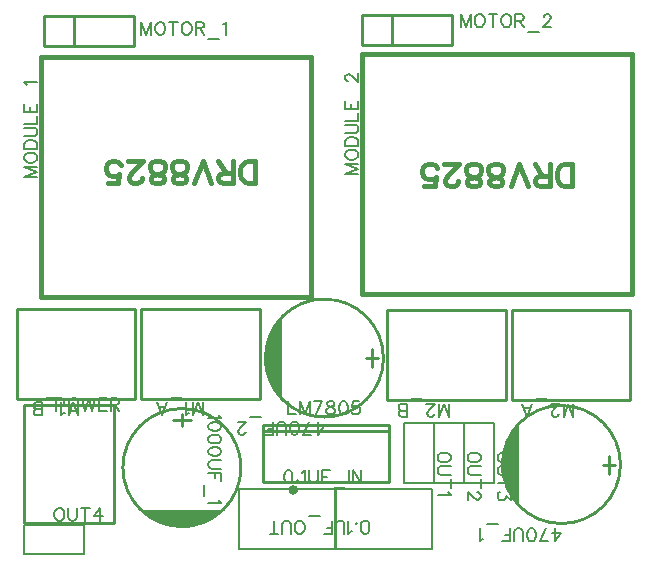
<source format=gto>
G04 Layer: TopSilkLayer*
G04 EasyEDA v6.4.19.4, 2021-04-26T19:44:21+05:30*
G04 545d4b8ce55c4096bfffc31d6a5384ca,10*
G04 Gerber Generator version 0.2*
G04 Scale: 100 percent, Rotated: No, Reflected: No *
G04 Dimensions in millimeters *
G04 leading zeros omitted , absolute positions ,4 integer and 5 decimal *
%FSLAX45Y45*%
%MOMM*%

%ADD10C,0.2540*%
%ADD20C,0.2032*%
%ADD21C,0.1778*%
%ADD22C,0.4000*%
%ADD23C,0.1524*%

%LPD*%
D23*
X4685029Y2589784D02*
G01*
X4737100Y2662428D01*
X4659122Y2662428D01*
X4685029Y2589784D02*
G01*
X4685029Y2698750D01*
X4552188Y2589784D02*
G01*
X4604004Y2698750D01*
X4624831Y2589784D02*
G01*
X4552188Y2589784D01*
X4486656Y2589784D02*
G01*
X4502150Y2594863D01*
X4512563Y2610612D01*
X4517897Y2636520D01*
X4517897Y2652013D01*
X4512563Y2678176D01*
X4502150Y2693670D01*
X4486656Y2698750D01*
X4476241Y2698750D01*
X4460747Y2693670D01*
X4450334Y2678176D01*
X4445000Y2652013D01*
X4445000Y2636520D01*
X4450334Y2610612D01*
X4460747Y2594863D01*
X4476241Y2589784D01*
X4486656Y2589784D01*
X4410709Y2589784D02*
G01*
X4410709Y2667762D01*
X4405629Y2683255D01*
X4395215Y2693670D01*
X4379722Y2698750D01*
X4369308Y2698750D01*
X4353559Y2693670D01*
X4343400Y2683255D01*
X4338065Y2667762D01*
X4338065Y2589784D01*
X4303775Y2589784D02*
G01*
X4303775Y2698750D01*
X4303775Y2589784D02*
G01*
X4236211Y2589784D01*
X4303775Y2641600D02*
G01*
X4262120Y2641600D01*
X4201922Y2735326D02*
G01*
X4108450Y2735326D01*
X4074159Y2610612D02*
G01*
X4063745Y2605278D01*
X4048252Y2589784D01*
X4048252Y2698750D01*
X2678429Y3491484D02*
G01*
X2730500Y3564128D01*
X2652522Y3564128D01*
X2678429Y3491484D02*
G01*
X2678429Y3600450D01*
X2545588Y3491484D02*
G01*
X2597404Y3600450D01*
X2618231Y3491484D02*
G01*
X2545588Y3491484D01*
X2480056Y3491484D02*
G01*
X2495550Y3496563D01*
X2505963Y3512312D01*
X2511297Y3538220D01*
X2511297Y3553713D01*
X2505963Y3579876D01*
X2495550Y3595370D01*
X2480056Y3600450D01*
X2469641Y3600450D01*
X2454147Y3595370D01*
X2443734Y3579876D01*
X2438400Y3553713D01*
X2438400Y3538220D01*
X2443734Y3512312D01*
X2454147Y3496563D01*
X2469641Y3491484D01*
X2480056Y3491484D01*
X2404109Y3491484D02*
G01*
X2404109Y3569462D01*
X2399029Y3584955D01*
X2388615Y3595370D01*
X2373122Y3600450D01*
X2362708Y3600450D01*
X2346959Y3595370D01*
X2336800Y3584955D01*
X2331465Y3569462D01*
X2331465Y3491484D01*
X2297175Y3491484D02*
G01*
X2297175Y3600450D01*
X2297175Y3491484D02*
G01*
X2229611Y3491484D01*
X2297175Y3543300D02*
G01*
X2255520Y3543300D01*
X2195322Y3637026D02*
G01*
X2101850Y3637026D01*
X2062479Y3517392D02*
G01*
X2062479Y3512312D01*
X2057145Y3501897D01*
X2052065Y3496563D01*
X2041652Y3491484D01*
X2020824Y3491484D01*
X2010409Y3496563D01*
X2005329Y3501897D01*
X1999995Y3512312D01*
X1999995Y3522726D01*
X2005329Y3533139D01*
X2015490Y3548634D01*
X2067559Y3600450D01*
X1994915Y3600450D01*
X475742Y2871215D02*
G01*
X465328Y2866136D01*
X454913Y2855721D01*
X449579Y2845307D01*
X444500Y2829560D01*
X444500Y2803652D01*
X449579Y2788157D01*
X454913Y2777744D01*
X465328Y2767329D01*
X475742Y2762250D01*
X496570Y2762250D01*
X506729Y2767329D01*
X517144Y2777744D01*
X522478Y2788157D01*
X527557Y2803652D01*
X527557Y2829560D01*
X522478Y2845307D01*
X517144Y2855721D01*
X506729Y2866136D01*
X496570Y2871215D01*
X475742Y2871215D01*
X561847Y2871215D02*
G01*
X561847Y2793237D01*
X567181Y2777744D01*
X577595Y2767329D01*
X593089Y2762250D01*
X603504Y2762250D01*
X618997Y2767329D01*
X629412Y2777744D01*
X634745Y2793237D01*
X634745Y2871215D01*
X705357Y2871215D02*
G01*
X705357Y2762250D01*
X669036Y2871215D02*
G01*
X741679Y2871215D01*
X828039Y2871215D02*
G01*
X775970Y2798571D01*
X853947Y2798571D01*
X828039Y2871215D02*
G01*
X828039Y2762250D01*
X4306315Y3308857D02*
G01*
X4301236Y3319271D01*
X4290822Y3329686D01*
X4280408Y3335020D01*
X4264659Y3340100D01*
X4238752Y3340100D01*
X4223258Y3335020D01*
X4212843Y3329686D01*
X4202429Y3319271D01*
X4197350Y3308857D01*
X4197350Y3288029D01*
X4202429Y3277870D01*
X4212843Y3267455D01*
X4223258Y3262121D01*
X4238752Y3257042D01*
X4264659Y3257042D01*
X4280408Y3262121D01*
X4290822Y3267455D01*
X4301236Y3277870D01*
X4306315Y3288029D01*
X4306315Y3308857D01*
X4306315Y3222752D02*
G01*
X4228338Y3222752D01*
X4212843Y3217418D01*
X4202429Y3207004D01*
X4197350Y3191510D01*
X4197350Y3181095D01*
X4202429Y3165602D01*
X4212843Y3155187D01*
X4228338Y3149854D01*
X4306315Y3149854D01*
X4306315Y3079242D02*
G01*
X4197350Y3079242D01*
X4306315Y3115563D02*
G01*
X4306315Y3042920D01*
X4306315Y2998215D02*
G01*
X4306315Y2941065D01*
X4264659Y2972307D01*
X4264659Y2956560D01*
X4259579Y2946400D01*
X4254500Y2941065D01*
X4238752Y2935986D01*
X4228338Y2935986D01*
X4212843Y2941065D01*
X4202429Y2951479D01*
X4197350Y2966973D01*
X4197350Y2982721D01*
X4202429Y2998215D01*
X4207509Y3003550D01*
X4217924Y3008629D01*
X4052315Y3308857D02*
G01*
X4047236Y3319271D01*
X4036822Y3329686D01*
X4026408Y3335020D01*
X4010659Y3340100D01*
X3984752Y3340100D01*
X3969258Y3335020D01*
X3958843Y3329686D01*
X3948429Y3319271D01*
X3943350Y3308857D01*
X3943350Y3288029D01*
X3948429Y3277870D01*
X3958843Y3267455D01*
X3969258Y3262121D01*
X3984752Y3257042D01*
X4010659Y3257042D01*
X4026408Y3262121D01*
X4036822Y3267455D01*
X4047236Y3277870D01*
X4052315Y3288029D01*
X4052315Y3308857D01*
X4052315Y3222752D02*
G01*
X3974338Y3222752D01*
X3958843Y3217418D01*
X3948429Y3207004D01*
X3943350Y3191510D01*
X3943350Y3181095D01*
X3948429Y3165602D01*
X3958843Y3155187D01*
X3974338Y3149854D01*
X4052315Y3149854D01*
X4052315Y3079242D02*
G01*
X3943350Y3079242D01*
X4052315Y3115563D02*
G01*
X4052315Y3042920D01*
X4026408Y3003550D02*
G01*
X4031488Y3003550D01*
X4041902Y2998215D01*
X4047236Y2993136D01*
X4052315Y2982721D01*
X4052315Y2961894D01*
X4047236Y2951479D01*
X4041902Y2946400D01*
X4031488Y2941065D01*
X4021074Y2941065D01*
X4010659Y2946400D01*
X3995165Y2956560D01*
X3943350Y3008629D01*
X3943350Y2935986D01*
X3798315Y3308857D02*
G01*
X3793236Y3319271D01*
X3782822Y3329686D01*
X3772408Y3335020D01*
X3756659Y3340100D01*
X3730752Y3340100D01*
X3715258Y3335020D01*
X3704843Y3329686D01*
X3694429Y3319271D01*
X3689350Y3308857D01*
X3689350Y3288029D01*
X3694429Y3277870D01*
X3704843Y3267455D01*
X3715258Y3262121D01*
X3730752Y3257042D01*
X3756659Y3257042D01*
X3772408Y3262121D01*
X3782822Y3267455D01*
X3793236Y3277870D01*
X3798315Y3288029D01*
X3798315Y3308857D01*
X3798315Y3222752D02*
G01*
X3720338Y3222752D01*
X3704843Y3217418D01*
X3694429Y3207004D01*
X3689350Y3191510D01*
X3689350Y3181095D01*
X3694429Y3165602D01*
X3704843Y3155187D01*
X3720338Y3149854D01*
X3798315Y3149854D01*
X3798315Y3079242D02*
G01*
X3689350Y3079242D01*
X3798315Y3115563D02*
G01*
X3798315Y3042920D01*
X3777488Y3008629D02*
G01*
X3782822Y2998215D01*
X3798315Y2982721D01*
X3689350Y2982721D01*
X1834387Y3657600D02*
G01*
X1839721Y3647186D01*
X1855215Y3631692D01*
X1746250Y3631692D01*
X1855215Y3566160D02*
G01*
X1850136Y3581654D01*
X1834387Y3592068D01*
X1808479Y3597402D01*
X1792986Y3597402D01*
X1766823Y3592068D01*
X1751329Y3581654D01*
X1746250Y3566160D01*
X1746250Y3555745D01*
X1751329Y3540252D01*
X1766823Y3529837D01*
X1792986Y3524504D01*
X1808479Y3524504D01*
X1834387Y3529837D01*
X1850136Y3540252D01*
X1855215Y3555745D01*
X1855215Y3566160D01*
X1855215Y3459226D02*
G01*
X1850136Y3474720D01*
X1834387Y3485134D01*
X1808479Y3490213D01*
X1792986Y3490213D01*
X1766823Y3485134D01*
X1751329Y3474720D01*
X1746250Y3459226D01*
X1746250Y3448812D01*
X1751329Y3433063D01*
X1766823Y3422650D01*
X1792986Y3417570D01*
X1808479Y3417570D01*
X1834387Y3422650D01*
X1850136Y3433063D01*
X1855215Y3448812D01*
X1855215Y3459226D01*
X1855215Y3352037D02*
G01*
X1850136Y3367786D01*
X1834387Y3378200D01*
X1808479Y3383279D01*
X1792986Y3383279D01*
X1766823Y3378200D01*
X1751329Y3367786D01*
X1746250Y3352037D01*
X1746250Y3341623D01*
X1751329Y3326129D01*
X1766823Y3315715D01*
X1792986Y3310636D01*
X1808479Y3310636D01*
X1834387Y3315715D01*
X1850136Y3326129D01*
X1855215Y3341623D01*
X1855215Y3352037D01*
X1855215Y3276345D02*
G01*
X1777237Y3276345D01*
X1761744Y3271012D01*
X1751329Y3260597D01*
X1746250Y3245104D01*
X1746250Y3234689D01*
X1751329Y3219195D01*
X1761744Y3208781D01*
X1777237Y3203447D01*
X1855215Y3203447D01*
X1855215Y3169157D02*
G01*
X1746250Y3169157D01*
X1855215Y3169157D02*
G01*
X1855215Y3101594D01*
X1803400Y3169157D02*
G01*
X1803400Y3127755D01*
X1709673Y3067304D02*
G01*
X1709673Y2973831D01*
X1834387Y2939542D02*
G01*
X1839721Y2929128D01*
X1855215Y2913634D01*
X1746250Y2913634D01*
X3886200Y7049515D02*
G01*
X3886200Y6940550D01*
X3886200Y7049515D02*
G01*
X3927856Y6940550D01*
X3969258Y7049515D02*
G01*
X3927856Y6940550D01*
X3969258Y7049515D02*
G01*
X3969258Y6940550D01*
X4034790Y7049515D02*
G01*
X4024375Y7044436D01*
X4013961Y7034021D01*
X4008881Y7023608D01*
X4003547Y7007860D01*
X4003547Y6981952D01*
X4008881Y6966458D01*
X4013961Y6956044D01*
X4024375Y6945629D01*
X4034790Y6940550D01*
X4055618Y6940550D01*
X4066031Y6945629D01*
X4076445Y6956044D01*
X4081525Y6966458D01*
X4086859Y6981952D01*
X4086859Y7007860D01*
X4081525Y7023608D01*
X4076445Y7034021D01*
X4066031Y7044436D01*
X4055618Y7049515D01*
X4034790Y7049515D01*
X4157472Y7049515D02*
G01*
X4157472Y6940550D01*
X4121150Y7049515D02*
G01*
X4193793Y7049515D01*
X4259325Y7049515D02*
G01*
X4248911Y7044436D01*
X4238497Y7034021D01*
X4233163Y7023608D01*
X4228084Y7007860D01*
X4228084Y6981952D01*
X4233163Y6966458D01*
X4238497Y6956044D01*
X4248911Y6945629D01*
X4259325Y6940550D01*
X4279900Y6940550D01*
X4290313Y6945629D01*
X4300727Y6956044D01*
X4306061Y6966458D01*
X4311141Y6981952D01*
X4311141Y7007860D01*
X4306061Y7023608D01*
X4300727Y7034021D01*
X4290313Y7044436D01*
X4279900Y7049515D01*
X4259325Y7049515D01*
X4345431Y7049515D02*
G01*
X4345431Y6940550D01*
X4345431Y7049515D02*
G01*
X4392168Y7049515D01*
X4407915Y7044436D01*
X4412995Y7039102D01*
X4418329Y7028687D01*
X4418329Y7018273D01*
X4412995Y7007860D01*
X4407915Y7002779D01*
X4392168Y6997700D01*
X4345431Y6997700D01*
X4381754Y6997700D02*
G01*
X4418329Y6940550D01*
X4452620Y6903973D02*
G01*
X4546091Y6903973D01*
X4585461Y7023608D02*
G01*
X4585461Y7028687D01*
X4590795Y7039102D01*
X4595875Y7044436D01*
X4606290Y7049515D01*
X4627118Y7049515D01*
X4637531Y7044436D01*
X4642611Y7039102D01*
X4647945Y7028687D01*
X4647945Y7018273D01*
X4642611Y7007860D01*
X4632197Y6992365D01*
X4580381Y6940550D01*
X4653025Y6940550D01*
X1181100Y6986015D02*
G01*
X1181100Y6877050D01*
X1181100Y6986015D02*
G01*
X1222755Y6877050D01*
X1264157Y6986015D02*
G01*
X1222755Y6877050D01*
X1264157Y6986015D02*
G01*
X1264157Y6877050D01*
X1329689Y6986015D02*
G01*
X1319276Y6980936D01*
X1308862Y6970521D01*
X1303781Y6960108D01*
X1298447Y6944360D01*
X1298447Y6918452D01*
X1303781Y6902958D01*
X1308862Y6892544D01*
X1319276Y6882129D01*
X1329689Y6877050D01*
X1350518Y6877050D01*
X1360931Y6882129D01*
X1371345Y6892544D01*
X1376426Y6902958D01*
X1381760Y6918452D01*
X1381760Y6944360D01*
X1376426Y6960108D01*
X1371345Y6970521D01*
X1360931Y6980936D01*
X1350518Y6986015D01*
X1329689Y6986015D01*
X1452371Y6986015D02*
G01*
X1452371Y6877050D01*
X1416050Y6986015D02*
G01*
X1488694Y6986015D01*
X1554226Y6986015D02*
G01*
X1543812Y6980936D01*
X1533397Y6970521D01*
X1528063Y6960108D01*
X1522984Y6944360D01*
X1522984Y6918452D01*
X1528063Y6902958D01*
X1533397Y6892544D01*
X1543812Y6882129D01*
X1554226Y6877050D01*
X1574800Y6877050D01*
X1585213Y6882129D01*
X1595628Y6892544D01*
X1600962Y6902958D01*
X1606042Y6918452D01*
X1606042Y6944360D01*
X1600962Y6960108D01*
X1595628Y6970521D01*
X1585213Y6980936D01*
X1574800Y6986015D01*
X1554226Y6986015D01*
X1640331Y6986015D02*
G01*
X1640331Y6877050D01*
X1640331Y6986015D02*
G01*
X1687068Y6986015D01*
X1702815Y6980936D01*
X1707895Y6975602D01*
X1713229Y6965187D01*
X1713229Y6954773D01*
X1707895Y6944360D01*
X1702815Y6939279D01*
X1687068Y6934200D01*
X1640331Y6934200D01*
X1676654Y6934200D02*
G01*
X1713229Y6877050D01*
X1747520Y6840473D02*
G01*
X1840992Y6840473D01*
X1875281Y6965187D02*
G01*
X1885695Y6970521D01*
X1901189Y6986015D01*
X1901189Y6877050D01*
X647700Y3656584D02*
G01*
X647700Y3765550D01*
X647700Y3656584D02*
G01*
X606044Y3765550D01*
X564642Y3656584D02*
G01*
X606044Y3765550D01*
X564642Y3656584D02*
G01*
X564642Y3765550D01*
X530352Y3677412D02*
G01*
X519937Y3672078D01*
X504189Y3656584D01*
X504189Y3765550D01*
X469900Y3802126D02*
G01*
X376428Y3802126D01*
X342137Y3656584D02*
G01*
X342137Y3765550D01*
X342137Y3656584D02*
G01*
X295402Y3656584D01*
X279907Y3661663D01*
X274573Y3666997D01*
X269494Y3677412D01*
X269494Y3687826D01*
X274573Y3698239D01*
X279907Y3703320D01*
X295402Y3708400D01*
X342137Y3708400D02*
G01*
X295402Y3708400D01*
X279907Y3713734D01*
X274573Y3718813D01*
X269494Y3729228D01*
X269494Y3744976D01*
X274573Y3755389D01*
X279907Y3760470D01*
X295402Y3765550D01*
X342137Y3765550D01*
X4838700Y3643884D02*
G01*
X4838700Y3752850D01*
X4838700Y3643884D02*
G01*
X4797043Y3752850D01*
X4755641Y3643884D02*
G01*
X4797043Y3752850D01*
X4755641Y3643884D02*
G01*
X4755641Y3752850D01*
X4716018Y3669792D02*
G01*
X4716018Y3664712D01*
X4710938Y3654297D01*
X4705604Y3648963D01*
X4695190Y3643884D01*
X4674615Y3643884D01*
X4664202Y3648963D01*
X4658868Y3654297D01*
X4653788Y3664712D01*
X4653788Y3675126D01*
X4658868Y3685539D01*
X4669281Y3701034D01*
X4721352Y3752850D01*
X4648454Y3752850D01*
X4614163Y3789426D02*
G01*
X4520691Y3789426D01*
X4445000Y3643884D02*
G01*
X4486402Y3752850D01*
X4445000Y3643884D02*
G01*
X4403343Y3752850D01*
X4470908Y3716528D02*
G01*
X4418838Y3716528D01*
X3784600Y3643884D02*
G01*
X3784600Y3752850D01*
X3784600Y3643884D02*
G01*
X3742943Y3752850D01*
X3701541Y3643884D02*
G01*
X3742943Y3752850D01*
X3701541Y3643884D02*
G01*
X3701541Y3752850D01*
X3661918Y3669792D02*
G01*
X3661918Y3664712D01*
X3656838Y3654297D01*
X3651504Y3648963D01*
X3641090Y3643884D01*
X3620515Y3643884D01*
X3610102Y3648963D01*
X3604768Y3654297D01*
X3599688Y3664712D01*
X3599688Y3675126D01*
X3604768Y3685539D01*
X3615181Y3701034D01*
X3667252Y3752850D01*
X3594354Y3752850D01*
X3560063Y3789426D02*
G01*
X3466591Y3789426D01*
X3432302Y3643884D02*
G01*
X3432302Y3752850D01*
X3432302Y3643884D02*
G01*
X3385565Y3643884D01*
X3370072Y3648963D01*
X3364738Y3654297D01*
X3359658Y3664712D01*
X3359658Y3675126D01*
X3364738Y3685539D01*
X3370072Y3690620D01*
X3385565Y3695700D01*
X3432302Y3695700D02*
G01*
X3385565Y3695700D01*
X3370072Y3701034D01*
X3364738Y3706113D01*
X3359658Y3716528D01*
X3359658Y3732276D01*
X3364738Y3742689D01*
X3370072Y3747770D01*
X3385565Y3752850D01*
X3432302Y3752850D01*
X457200Y3798315D02*
G01*
X457200Y3689350D01*
X457200Y3798315D02*
G01*
X503936Y3798315D01*
X519429Y3793236D01*
X524763Y3787902D01*
X529844Y3777487D01*
X529844Y3761994D01*
X524763Y3751579D01*
X519429Y3746500D01*
X503936Y3741165D01*
X457200Y3741165D01*
X595376Y3798315D02*
G01*
X584962Y3793236D01*
X574547Y3782821D01*
X569468Y3772407D01*
X564134Y3756660D01*
X564134Y3730752D01*
X569468Y3715257D01*
X574547Y3704844D01*
X584962Y3694429D01*
X595376Y3689350D01*
X616204Y3689350D01*
X626618Y3694429D01*
X637031Y3704844D01*
X642112Y3715257D01*
X647445Y3730752D01*
X647445Y3756660D01*
X642112Y3772407D01*
X637031Y3782821D01*
X626618Y3793236D01*
X616204Y3798315D01*
X595376Y3798315D01*
X681736Y3798315D02*
G01*
X707644Y3689350D01*
X733552Y3798315D02*
G01*
X707644Y3689350D01*
X733552Y3798315D02*
G01*
X759460Y3689350D01*
X785621Y3798315D02*
G01*
X759460Y3689350D01*
X819912Y3798315D02*
G01*
X819912Y3689350D01*
X819912Y3798315D02*
G01*
X887476Y3798315D01*
X819912Y3746500D02*
G01*
X861313Y3746500D01*
X819912Y3689350D02*
G01*
X887476Y3689350D01*
X921765Y3798315D02*
G01*
X921765Y3689350D01*
X921765Y3798315D02*
G01*
X968502Y3798315D01*
X983995Y3793236D01*
X989329Y3787902D01*
X994410Y3777487D01*
X994410Y3767073D01*
X989329Y3756660D01*
X983995Y3751579D01*
X968502Y3746500D01*
X921765Y3746500D01*
X958087Y3746500D02*
G01*
X994410Y3689350D01*
X1701800Y3656584D02*
G01*
X1701800Y3765550D01*
X1701800Y3656584D02*
G01*
X1660144Y3765550D01*
X1618742Y3656584D02*
G01*
X1660144Y3765550D01*
X1618742Y3656584D02*
G01*
X1618742Y3765550D01*
X1584452Y3677412D02*
G01*
X1574037Y3672078D01*
X1558289Y3656584D01*
X1558289Y3765550D01*
X1524000Y3802126D02*
G01*
X1430528Y3802126D01*
X1354836Y3656584D02*
G01*
X1396237Y3765550D01*
X1354836Y3656584D02*
G01*
X1313179Y3765550D01*
X1380744Y3729228D02*
G01*
X1328673Y3729228D01*
X2418841Y3188715D02*
G01*
X2403093Y3183636D01*
X2392679Y3167887D01*
X2387600Y3141979D01*
X2387600Y3126486D01*
X2392679Y3100323D01*
X2403093Y3084829D01*
X2418841Y3079750D01*
X2429256Y3079750D01*
X2444750Y3084829D01*
X2455163Y3100323D01*
X2460243Y3126486D01*
X2460243Y3141979D01*
X2455163Y3167887D01*
X2444750Y3183636D01*
X2429256Y3188715D01*
X2418841Y3188715D01*
X2499868Y3105657D02*
G01*
X2494534Y3100323D01*
X2499868Y3095244D01*
X2504947Y3100323D01*
X2499868Y3105657D01*
X2539238Y3167887D02*
G01*
X2549652Y3173221D01*
X2565400Y3188715D01*
X2565400Y3079750D01*
X2599690Y3188715D02*
G01*
X2599690Y3110737D01*
X2604770Y3095244D01*
X2615184Y3084829D01*
X2630677Y3079750D01*
X2641091Y3079750D01*
X2656840Y3084829D01*
X2667000Y3095244D01*
X2672334Y3110737D01*
X2672334Y3188715D01*
X2706624Y3188715D02*
G01*
X2706624Y3079750D01*
X2706624Y3188715D02*
G01*
X2774188Y3188715D01*
X2706624Y3136900D02*
G01*
X2748279Y3136900D01*
X2808477Y3043173D02*
G01*
X2901950Y3043173D01*
X2936240Y3188715D02*
G01*
X2936240Y3079750D01*
X2970529Y3188715D02*
G01*
X2970529Y3079750D01*
X2970529Y3188715D02*
G01*
X3043174Y3079750D01*
X3043174Y3188715D02*
G01*
X3043174Y3079750D01*
X3080258Y2653284D02*
G01*
X3096006Y2658363D01*
X3106420Y2674112D01*
X3111500Y2700020D01*
X3111500Y2715513D01*
X3106420Y2741676D01*
X3096006Y2757170D01*
X3080258Y2762250D01*
X3069843Y2762250D01*
X3054350Y2757170D01*
X3043936Y2741676D01*
X3038856Y2715513D01*
X3038856Y2700020D01*
X3043936Y2674112D01*
X3054350Y2658363D01*
X3069843Y2653284D01*
X3080258Y2653284D01*
X2999231Y2736342D02*
G01*
X3004565Y2741676D01*
X2999231Y2746755D01*
X2994152Y2741676D01*
X2999231Y2736342D01*
X2959861Y2674112D02*
G01*
X2949447Y2668778D01*
X2933700Y2653284D01*
X2933700Y2762250D01*
X2899409Y2653284D02*
G01*
X2899409Y2731262D01*
X2894329Y2746755D01*
X2883915Y2757170D01*
X2868422Y2762250D01*
X2858008Y2762250D01*
X2842259Y2757170D01*
X2832100Y2746755D01*
X2826765Y2731262D01*
X2826765Y2653284D01*
X2792475Y2653284D02*
G01*
X2792475Y2762250D01*
X2792475Y2653284D02*
G01*
X2724911Y2653284D01*
X2792475Y2705100D02*
G01*
X2750820Y2705100D01*
X2690622Y2798826D02*
G01*
X2597150Y2798826D01*
X2531618Y2653284D02*
G01*
X2542031Y2658363D01*
X2552445Y2668778D01*
X2557779Y2679192D01*
X2562859Y2694939D01*
X2562859Y2720847D01*
X2557779Y2736342D01*
X2552445Y2746755D01*
X2542031Y2757170D01*
X2531618Y2762250D01*
X2510790Y2762250D01*
X2500629Y2757170D01*
X2490215Y2746755D01*
X2484881Y2736342D01*
X2479802Y2720847D01*
X2479802Y2694939D01*
X2484881Y2679192D01*
X2490215Y2668778D01*
X2500629Y2658363D01*
X2510790Y2653284D01*
X2531618Y2653284D01*
X2445511Y2653284D02*
G01*
X2445511Y2731262D01*
X2440177Y2746755D01*
X2429763Y2757170D01*
X2414270Y2762250D01*
X2403856Y2762250D01*
X2388361Y2757170D01*
X2377947Y2746755D01*
X2372613Y2731262D01*
X2372613Y2653284D01*
X2302002Y2653284D02*
G01*
X2302002Y2762250D01*
X2338324Y2653284D02*
G01*
X2265679Y2653284D01*
X2425700Y3772915D02*
G01*
X2425700Y3663950D01*
X2425700Y3663950D02*
G01*
X2487929Y3663950D01*
X2522220Y3772915D02*
G01*
X2522220Y3663950D01*
X2522220Y3772915D02*
G01*
X2563875Y3663950D01*
X2605531Y3772915D02*
G01*
X2563875Y3663950D01*
X2605531Y3772915D02*
G01*
X2605531Y3663950D01*
X2712465Y3772915D02*
G01*
X2660650Y3663950D01*
X2639822Y3772915D02*
G01*
X2712465Y3772915D01*
X2772663Y3772915D02*
G01*
X2757170Y3767836D01*
X2752090Y3757421D01*
X2752090Y3747007D01*
X2757170Y3736594D01*
X2767584Y3731260D01*
X2788411Y3726179D01*
X2803906Y3721100D01*
X2814320Y3710686D01*
X2819400Y3700271D01*
X2819400Y3684523D01*
X2814320Y3674110D01*
X2809240Y3669029D01*
X2793491Y3663950D01*
X2772663Y3663950D01*
X2757170Y3669029D01*
X2752090Y3674110D01*
X2746756Y3684523D01*
X2746756Y3700271D01*
X2752090Y3710686D01*
X2762250Y3721100D01*
X2777997Y3726179D01*
X2798825Y3731260D01*
X2809240Y3736594D01*
X2814320Y3747007D01*
X2814320Y3757421D01*
X2809240Y3767836D01*
X2793491Y3772915D01*
X2772663Y3772915D01*
X2884931Y3772915D02*
G01*
X2869438Y3767836D01*
X2859024Y3752087D01*
X2853690Y3726179D01*
X2853690Y3710686D01*
X2859024Y3684523D01*
X2869438Y3669029D01*
X2884931Y3663950D01*
X2895345Y3663950D01*
X2910840Y3669029D01*
X2921254Y3684523D01*
X2926588Y3710686D01*
X2926588Y3726179D01*
X2921254Y3752087D01*
X2910840Y3767836D01*
X2895345Y3772915D01*
X2884931Y3772915D01*
X3023108Y3772915D02*
G01*
X2971291Y3772915D01*
X2965958Y3726179D01*
X2971291Y3731260D01*
X2986786Y3736594D01*
X3002279Y3736594D01*
X3018027Y3731260D01*
X3028441Y3721100D01*
X3033522Y3705352D01*
X3033522Y3694937D01*
X3028441Y3679444D01*
X3018027Y3669029D01*
X3002279Y3663950D01*
X2986786Y3663950D01*
X2971291Y3669029D01*
X2965958Y3674110D01*
X2960877Y3684523D01*
X2907284Y5702300D02*
G01*
X3016250Y5702300D01*
X2907284Y5702300D02*
G01*
X3016250Y5743955D01*
X2907284Y5785357D02*
G01*
X3016250Y5743955D01*
X2907284Y5785357D02*
G01*
X3016250Y5785357D01*
X2907284Y5850889D02*
G01*
X2912363Y5840476D01*
X2922777Y5830062D01*
X2933191Y5824981D01*
X2948940Y5819647D01*
X2974847Y5819647D01*
X2990341Y5824981D01*
X3000756Y5830062D01*
X3011170Y5840476D01*
X3016250Y5850889D01*
X3016250Y5871718D01*
X3011170Y5882131D01*
X3000756Y5892545D01*
X2990341Y5897626D01*
X2974847Y5902960D01*
X2948940Y5902960D01*
X2933191Y5897626D01*
X2922777Y5892545D01*
X2912363Y5882131D01*
X2907284Y5871718D01*
X2907284Y5850889D01*
X2907284Y5937250D02*
G01*
X3016250Y5937250D01*
X2907284Y5937250D02*
G01*
X2907284Y5973571D01*
X2912363Y5989065D01*
X2922777Y5999479D01*
X2933191Y6004560D01*
X2948940Y6009894D01*
X2974847Y6009894D01*
X2990341Y6004560D01*
X3000756Y5999479D01*
X3011170Y5989065D01*
X3016250Y5973571D01*
X3016250Y5937250D01*
X2907284Y6044184D02*
G01*
X2985261Y6044184D01*
X3000756Y6049263D01*
X3011170Y6059678D01*
X3016250Y6075426D01*
X3016250Y6085839D01*
X3011170Y6101334D01*
X3000756Y6111747D01*
X2985261Y6116828D01*
X2907284Y6116828D01*
X2907284Y6151118D02*
G01*
X3016250Y6151118D01*
X3016250Y6151118D02*
G01*
X3016250Y6213602D01*
X2907284Y6247892D02*
G01*
X3016250Y6247892D01*
X2907284Y6247892D02*
G01*
X2907284Y6315455D01*
X2959100Y6247892D02*
G01*
X2959100Y6289294D01*
X3016250Y6247892D02*
G01*
X3016250Y6315455D01*
X3052825Y6349745D02*
G01*
X3052825Y6443218D01*
X2933191Y6482587D02*
G01*
X2928111Y6482587D01*
X2917697Y6487921D01*
X2912363Y6493002D01*
X2907284Y6503415D01*
X2907284Y6524244D01*
X2912363Y6534657D01*
X2917697Y6539737D01*
X2928111Y6545071D01*
X2938525Y6545071D01*
X2948940Y6539737D01*
X2964434Y6529323D01*
X3016250Y6477507D01*
X3016250Y6550152D01*
D22*
X4825994Y5593079D02*
G01*
X4825994Y5784087D01*
X4825994Y5593079D02*
G01*
X4762240Y5593079D01*
X4735062Y5602223D01*
X4717028Y5620512D01*
X4707884Y5638545D01*
X4698740Y5665978D01*
X4698740Y5711444D01*
X4707884Y5738621D01*
X4717028Y5756910D01*
X4735062Y5774944D01*
X4762240Y5784087D01*
X4825994Y5784087D01*
X4638796Y5593079D02*
G01*
X4638796Y5784087D01*
X4638796Y5593079D02*
G01*
X4557008Y5593079D01*
X4529576Y5602223D01*
X4520432Y5611368D01*
X4511542Y5629655D01*
X4511542Y5647689D01*
X4520432Y5665978D01*
X4529576Y5675121D01*
X4557008Y5684012D01*
X4638796Y5684012D01*
X4575042Y5684012D02*
G01*
X4511542Y5784087D01*
X4451344Y5593079D02*
G01*
X4378700Y5784087D01*
X4306056Y5593079D02*
G01*
X4378700Y5784087D01*
X4200646Y5593079D02*
G01*
X4227824Y5602223D01*
X4236968Y5620512D01*
X4236968Y5638545D01*
X4227824Y5656834D01*
X4209536Y5665978D01*
X4173214Y5675121D01*
X4146036Y5684012D01*
X4127748Y5702300D01*
X4118604Y5720587D01*
X4118604Y5747765D01*
X4127748Y5766054D01*
X4136892Y5774944D01*
X4164070Y5784087D01*
X4200646Y5784087D01*
X4227824Y5774944D01*
X4236968Y5766054D01*
X4246112Y5747765D01*
X4246112Y5720587D01*
X4236968Y5702300D01*
X4218680Y5684012D01*
X4191502Y5675121D01*
X4155180Y5665978D01*
X4136892Y5656834D01*
X4127748Y5638545D01*
X4127748Y5620512D01*
X4136892Y5602223D01*
X4164070Y5593079D01*
X4200646Y5593079D01*
X4013194Y5593079D02*
G01*
X4040626Y5602223D01*
X4049516Y5620512D01*
X4049516Y5638545D01*
X4040626Y5656834D01*
X4022338Y5665978D01*
X3986016Y5675121D01*
X3958838Y5684012D01*
X3940550Y5702300D01*
X3931406Y5720587D01*
X3931406Y5747765D01*
X3940550Y5766054D01*
X3949694Y5774944D01*
X3976872Y5784087D01*
X4013194Y5784087D01*
X4040626Y5774944D01*
X4049516Y5766054D01*
X4058660Y5747765D01*
X4058660Y5720587D01*
X4049516Y5702300D01*
X4031482Y5684012D01*
X4004304Y5675121D01*
X3967728Y5665978D01*
X3949694Y5656834D01*
X3940550Y5638545D01*
X3940550Y5620512D01*
X3949694Y5602223D01*
X3976872Y5593079D01*
X4013194Y5593079D01*
X3862318Y5638545D02*
G01*
X3862318Y5629655D01*
X3853174Y5611368D01*
X3844284Y5602223D01*
X3825996Y5593079D01*
X3789674Y5593079D01*
X3771386Y5602223D01*
X3762242Y5611368D01*
X3753352Y5629655D01*
X3753352Y5647689D01*
X3762242Y5665978D01*
X3780530Y5693155D01*
X3871462Y5784087D01*
X3744208Y5784087D01*
X3575044Y5593079D02*
G01*
X3665976Y5593079D01*
X3675120Y5675121D01*
X3665976Y5665978D01*
X3638798Y5656834D01*
X3611366Y5656834D01*
X3584188Y5665978D01*
X3565900Y5684012D01*
X3557010Y5711444D01*
X3557010Y5729478D01*
X3565900Y5756910D01*
X3584188Y5774944D01*
X3611366Y5784087D01*
X3638798Y5784087D01*
X3665976Y5774944D01*
X3675120Y5766054D01*
X3684264Y5747765D01*
D23*
X189484Y5676900D02*
G01*
X298450Y5676900D01*
X189484Y5676900D02*
G01*
X298450Y5718555D01*
X189484Y5759957D02*
G01*
X298450Y5718555D01*
X189484Y5759957D02*
G01*
X298450Y5759957D01*
X189484Y5825489D02*
G01*
X194563Y5815076D01*
X204978Y5804662D01*
X215392Y5799581D01*
X231139Y5794247D01*
X257047Y5794247D01*
X272542Y5799581D01*
X282955Y5804662D01*
X293370Y5815076D01*
X298450Y5825489D01*
X298450Y5846318D01*
X293370Y5856731D01*
X282955Y5867145D01*
X272542Y5872226D01*
X257047Y5877560D01*
X231139Y5877560D01*
X215392Y5872226D01*
X204978Y5867145D01*
X194563Y5856731D01*
X189484Y5846318D01*
X189484Y5825489D01*
X189484Y5911850D02*
G01*
X298450Y5911850D01*
X189484Y5911850D02*
G01*
X189484Y5948171D01*
X194563Y5963665D01*
X204978Y5974079D01*
X215392Y5979160D01*
X231139Y5984494D01*
X257047Y5984494D01*
X272542Y5979160D01*
X282955Y5974079D01*
X293370Y5963665D01*
X298450Y5948171D01*
X298450Y5911850D01*
X189484Y6018784D02*
G01*
X267462Y6018784D01*
X282955Y6023863D01*
X293370Y6034278D01*
X298450Y6050026D01*
X298450Y6060439D01*
X293370Y6075934D01*
X282955Y6086347D01*
X267462Y6091428D01*
X189484Y6091428D01*
X189484Y6125718D02*
G01*
X298450Y6125718D01*
X298450Y6125718D02*
G01*
X298450Y6188202D01*
X189484Y6222492D02*
G01*
X298450Y6222492D01*
X189484Y6222492D02*
G01*
X189484Y6290055D01*
X241300Y6222492D02*
G01*
X241300Y6263894D01*
X298450Y6222492D02*
G01*
X298450Y6290055D01*
X335026Y6324345D02*
G01*
X335026Y6417818D01*
X210312Y6452107D02*
G01*
X204978Y6462521D01*
X189484Y6478015D01*
X298450Y6478015D01*
D22*
X2146294Y5618479D02*
G01*
X2146294Y5809487D01*
X2146294Y5618479D02*
G01*
X2082540Y5618479D01*
X2055362Y5627623D01*
X2037328Y5645912D01*
X2028184Y5663945D01*
X2019040Y5691378D01*
X2019040Y5736844D01*
X2028184Y5764021D01*
X2037328Y5782310D01*
X2055362Y5800344D01*
X2082540Y5809487D01*
X2146294Y5809487D01*
X1959096Y5618479D02*
G01*
X1959096Y5809487D01*
X1959096Y5618479D02*
G01*
X1877308Y5618479D01*
X1849876Y5627623D01*
X1840732Y5636768D01*
X1831842Y5655055D01*
X1831842Y5673089D01*
X1840732Y5691378D01*
X1849876Y5700521D01*
X1877308Y5709412D01*
X1959096Y5709412D01*
X1895342Y5709412D02*
G01*
X1831842Y5809487D01*
X1771644Y5618479D02*
G01*
X1699000Y5809487D01*
X1626356Y5618479D02*
G01*
X1699000Y5809487D01*
X1520946Y5618479D02*
G01*
X1548124Y5627623D01*
X1557268Y5645912D01*
X1557268Y5663945D01*
X1548124Y5682234D01*
X1529836Y5691378D01*
X1493514Y5700521D01*
X1466336Y5709412D01*
X1448048Y5727700D01*
X1438904Y5745987D01*
X1438904Y5773165D01*
X1448048Y5791454D01*
X1457192Y5800344D01*
X1484370Y5809487D01*
X1520946Y5809487D01*
X1548124Y5800344D01*
X1557268Y5791454D01*
X1566412Y5773165D01*
X1566412Y5745987D01*
X1557268Y5727700D01*
X1538980Y5709412D01*
X1511802Y5700521D01*
X1475480Y5691378D01*
X1457192Y5682234D01*
X1448048Y5663945D01*
X1448048Y5645912D01*
X1457192Y5627623D01*
X1484370Y5618479D01*
X1520946Y5618479D01*
X1333494Y5618479D02*
G01*
X1360926Y5627623D01*
X1369816Y5645912D01*
X1369816Y5663945D01*
X1360926Y5682234D01*
X1342638Y5691378D01*
X1306316Y5700521D01*
X1279138Y5709412D01*
X1260850Y5727700D01*
X1251706Y5745987D01*
X1251706Y5773165D01*
X1260850Y5791454D01*
X1269994Y5800344D01*
X1297172Y5809487D01*
X1333494Y5809487D01*
X1360926Y5800344D01*
X1369816Y5791454D01*
X1378960Y5773165D01*
X1378960Y5745987D01*
X1369816Y5727700D01*
X1351782Y5709412D01*
X1324604Y5700521D01*
X1288028Y5691378D01*
X1269994Y5682234D01*
X1260850Y5663945D01*
X1260850Y5645912D01*
X1269994Y5627623D01*
X1297172Y5618479D01*
X1333494Y5618479D01*
X1182618Y5663945D02*
G01*
X1182618Y5655055D01*
X1173474Y5636768D01*
X1164584Y5627623D01*
X1146296Y5618479D01*
X1109974Y5618479D01*
X1091686Y5627623D01*
X1082542Y5636768D01*
X1073652Y5655055D01*
X1073652Y5673089D01*
X1082542Y5691378D01*
X1100830Y5718555D01*
X1191762Y5809487D01*
X1064508Y5809487D01*
X895344Y5618479D02*
G01*
X986276Y5618479D01*
X995420Y5700521D01*
X986276Y5691378D01*
X959098Y5682234D01*
X931666Y5682234D01*
X904488Y5691378D01*
X886200Y5709412D01*
X877310Y5736844D01*
X877310Y5754878D01*
X886200Y5782310D01*
X904488Y5800344D01*
X931666Y5809487D01*
X959098Y5809487D01*
X986276Y5800344D01*
X995420Y5791454D01*
X1004564Y5773165D01*
G36*
X4381500Y3594100D02*
G01*
X4305300Y3492500D01*
X4254500Y3340100D01*
X4229100Y3187700D01*
X4254500Y3086100D01*
X4381500Y2882900D01*
G37*
G36*
X2374900Y4495800D02*
G01*
X2298700Y4394200D01*
X2247900Y4241800D01*
X2222500Y4089400D01*
X2247900Y3987800D01*
X2374900Y3784600D01*
G37*
G36*
X1168400Y2857500D02*
G01*
X1270000Y2781300D01*
X1422400Y2730500D01*
X1574800Y2705100D01*
X1676400Y2730500D01*
X1879600Y2857500D01*
G37*
D10*
X5194300Y3238500D02*
G01*
X5092700Y3238500D01*
X5143500Y3162300D02*
G01*
X5143500Y3314700D01*
X3187700Y4140200D02*
G01*
X3086100Y4140200D01*
X3136900Y4064000D02*
G01*
X3136900Y4216400D01*
D20*
X698500Y2730500D02*
G01*
X698500Y2479039D01*
X190500Y2479039D01*
X190500Y2730500D01*
X698500Y2730500D01*
X4165600Y3086100D02*
G01*
X3914140Y3086100D01*
X3914140Y3594100D01*
X4165600Y3594100D01*
X4165600Y3086100D01*
X3911600Y3086100D02*
G01*
X3660140Y3086100D01*
X3660140Y3594100D01*
X3911600Y3594100D01*
X3911600Y3086100D01*
X3657600Y3086100D02*
G01*
X3406140Y3086100D01*
X3406140Y3594100D01*
X3657600Y3594100D01*
X3657600Y3086100D01*
D10*
X1524000Y3670300D02*
G01*
X1524000Y3568700D01*
X1600200Y3619500D02*
G01*
X1447800Y3619500D01*
X3048000Y7048500D02*
G01*
X3810000Y7048500D01*
X3810000Y6794500D01*
X3048000Y6794500D02*
G01*
X3810000Y6794500D01*
X3048000Y7048500D02*
G01*
X3048000Y6794500D01*
X3306843Y7048500D02*
G01*
X3306843Y6794500D01*
X355600Y7035800D02*
G01*
X1117600Y7035800D01*
X1117600Y6781800D01*
X355600Y6781800D02*
G01*
X1117600Y6781800D01*
X355600Y7035800D02*
G01*
X355600Y6781800D01*
X614443Y7035800D02*
G01*
X614443Y6781800D01*
X1130300Y3797300D02*
G01*
X127507Y3797300D01*
X127507Y4557293D01*
X1130300Y4557293D01*
X1130300Y3797300D01*
X5321300Y3784600D02*
G01*
X4318508Y3784600D01*
X4318508Y4544593D01*
X5321300Y4544593D01*
X5321300Y3784600D01*
X4267200Y3784600D02*
G01*
X3264408Y3784600D01*
X3264408Y4544593D01*
X4267200Y4544593D01*
X4267200Y3784600D01*
X190500Y2743200D02*
G01*
X190500Y3745992D01*
X950493Y3745992D01*
X950493Y2743200D01*
X190500Y2743200D01*
X2184400Y3797300D02*
G01*
X1181607Y3797300D01*
X1181607Y4557293D01*
X2184400Y4557293D01*
X2184400Y3797300D01*
D21*
X2819400Y2781300D02*
G01*
X2819400Y2527300D01*
X2006600Y2527300D01*
X2006600Y3035300D01*
X2819400Y3035300D01*
X2819400Y2781300D01*
X2832100Y2781300D02*
G01*
X2832100Y3035300D01*
X3644900Y3035300D01*
X3644900Y2527300D01*
X2832100Y2527300D01*
X2832100Y2781300D01*
D10*
X3273196Y3519296D02*
G01*
X2213203Y3519296D01*
X2213102Y3569207D02*
G01*
X3273297Y3569207D01*
X3273297Y3089402D01*
X2213102Y3089402D01*
X2213102Y3568700D01*
X2213102Y3569207D01*
D22*
X3048000Y4686300D02*
G01*
X3048000Y6718297D01*
X5333994Y6718297D01*
X5333994Y4686300D01*
X3048000Y4686300D02*
G01*
X5333994Y4686300D01*
X330200Y4660900D02*
G01*
X330200Y6692897D01*
X2616194Y6692897D01*
X2616194Y4660900D01*
X330200Y4660900D02*
G01*
X2616194Y4660900D01*
G75*
G01*
X2466340Y3042920D02*
G03*
X2466594Y3042920I127J-20000D01*
D10*
G75*
G01
X5236972Y3238500D02*
G03X5236972Y3238500I-499872J0D01*
G75*
G01
X3230372Y4140200D02*
G03X3230372Y4140200I-499872J0D01*
G75*
G01
X2023872Y3213100D02*
G03X2023872Y3213100I-499872J0D01*
M02*

</source>
